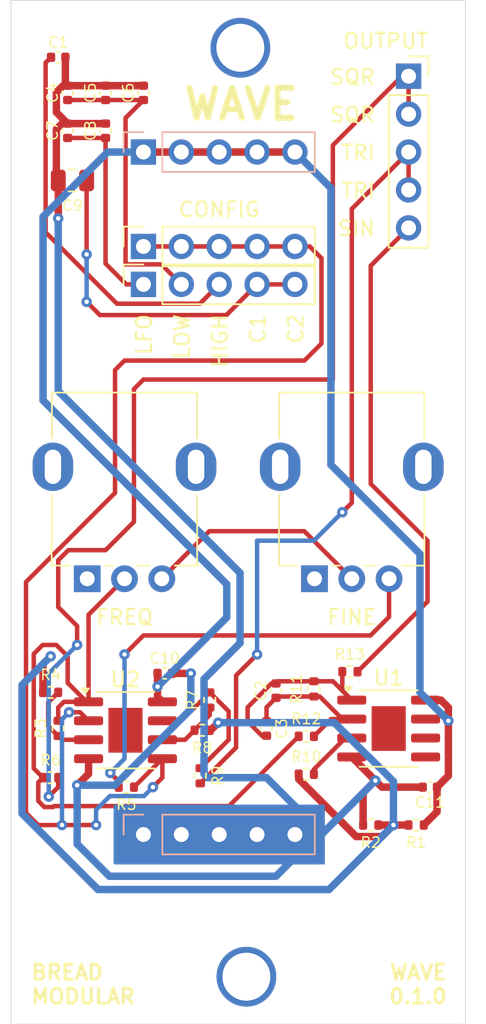
<source format=kicad_pcb>
(kicad_pcb (version 20240108) (generator "pcbnew") (generator_version "8.0")
  (layers (0 "F.Cu" signal) (31 "B.Cu" signal) (34 "B.Paste" user) (35 "F.Paste" user) (36 "B.SilkS" user "B.Silkscreen") (37 "F.SilkS" user "F.Silkscreen") (38 "B.Mask" user) (39 "F.Mask" user) (44 "Edge.Cuts" user))
  (net 0 "")
  (net 1 "GND")
  (net 2 "+5V")
  (net 3 "CAP_CUSTOM")
  (net 4 "CAP_CONNECT")
  (net 5 "CAP_LOW")
  (net 6 "CAP_LFO")
  (net 7 "CAP_HIGH")
  (net 8 "OUT_SQUARE")
  (net 9 "OUT_TRI")
  (net 10 "OUT_SINE")
  (net 11 "Net-(C2-Pad2)")
  (net 12 "Net-(U1A--)")
  (net 13 "+2.5V")
  (net 14 "Net-(U2A-+)")
  (net 15 "OPAMP_SQUARE")
  (net 16 "Net-(R5-Pad2)")
  (net 17 "Net-(R7-Pad2)")
  (net 18 "Net-(U2B--)")
  (net 19 "Net-(U1A-+)")
  (net 20 "Net-(RV1-Pad3)")
  (footprint "BreadModular_Pots:Potentiometer_RV09" (layer "F.Cu") (at 67.35 79.385 90)
    (property "Reference" "RV2")
    (property "Value" "1M")
    (fp_line (start 0.88 -2.38) (end 5.6 -2.38) (stroke (width 0.12)) (layer "F.SilkS"))
    (fp_line (start 9.41 -2.37) (end 12.47 -2.37) (stroke (width 0.12)) (layer "F.SilkS"))
    (fp_line (start 0.88 -1.19) (end 0.88 -2.37) (stroke (width 0.12)) (layer "F.SilkS"))
    (fp_line (start 0.88 1.71) (end 0.88 1.18) (stroke (width 0.12)) (layer "F.SilkS"))
    (fp_line (start 0.88 4.16) (end 0.88 3.33) (stroke (width 0.12)) (layer "F.SilkS"))
    (fp_line (start 12.47 7.37) (end 12.47 -2.37) (stroke (width 0.12)) (layer "F.SilkS"))
    (fp_line (start 9.41 7.37) (end 12.47 7.37) (stroke (width 0.12)) (layer "F.SilkS"))
    (fp_line (start 0.88 7.37) (end 0.88 5.88) (stroke (width 0.12)) (layer "F.SilkS"))
    (fp_line (start 0.88 7.37) (end 5.6 7.37) (stroke (width 0.12)) (layer "F.SilkS"))
    (pad "" thru_hole oval (at 7.5 -2.3 180) (size 2.72 3.24) (drill oval 1.1 2.3) (layers "*.Cu" "*.Mask"))
    (pad "" thru_hole oval (at 7.5 7.3 180) (size 2.72 3.24) (drill oval 1.1 2.3) (layers "*.Cu" "*.Mask"))
    (pad "1" thru_hole rect (at 0 0 180) (size 1.8 1.8) (drill 1) (layers "*.Cu" "*.Mask"))
    (pad "2" thru_hole circle (at 0 2.5 180) (size 1.8 1.8) (drill 1) (layers "*.Cu" "*.Mask") (net 20 "Net-(RV1-Pad3)"))
    (pad "3" thru_hole circle (at 0 5 180) (size 1.8 1.8) (drill 1) (layers "*.Cu" "*.Mask") (net 16 "Net-(R5-Pad2)"))
  )
  (footprint "Resistor_SMD:R_0402_1005Metric" (layer "F.Cu") (at 60.325 87.505 90)
    (property "Reference" "R7" (at 0 -1.17 90) (layer "F.SilkS") (effects (font (size 0.7 0.7) (thickness 0.1))))
    (property "Value" "100k")
    (fp_line (start -0.153641 -0.38) (end 0.153641 -0.38) (stroke (width 0.12)) (layer "F.SilkS"))
    (fp_line (start -0.153641 0.38) (end 0.153641 0.38) (stroke (width 0.12)) (layer "F.SilkS"))
    (pad "1" smd roundrect (at -0.51 0 90) (size 0.54 0.64) (layers "F.Cu" "F.Paste" "F.Mask") (net 18 "Net-(U2B--)"))
    (pad "2" smd roundrect (at 0.51 0 90) (size 0.54 0.64) (layers "F.Cu" "F.Paste" "F.Mask") (net 17 "Net-(R7-Pad2)"))
  )
  (footprint "Resistor_SMD:R_0402_1005Metric" (layer "F.Cu") (at 66.8 89.94)
    (property "Reference" "R12" (at 0 -1.17 0) (layer "F.SilkS") (effects (font (size 0.7 0.7) (thickness 0.1))))
    (property "Value" "10k")
    (fp_line (start -0.153641 -0.38) (end 0.153641 -0.38) (stroke (width 0.12)) (layer "F.SilkS"))
    (fp_line (start -0.153641 0.38) (end 0.153641 0.38) (stroke (width 0.12)) (layer "F.SilkS"))
    (pad "1" smd roundrect (at -0.51 0) (size 0.54 0.64) (layers "F.Cu" "F.Paste" "F.Mask") (net 15 "OPAMP_SQUARE"))
    (pad "2" smd roundrect (at 0.51 0) (size 0.54 0.64) (layers "F.Cu" "F.Paste" "F.Mask") (net 12 "Net-(U1A--)"))
  )
  (footprint "Resistor_SMD:R_0402_1005Metric" (layer "F.Cu") (at 49.655 86.995)
    (property "Reference" "R4" (at 0 -1.17 0) (layer "F.SilkS") (effects (font (size 0.7 0.7) (thickness 0.1))))
    (property "Value" "100k")
    (fp_line (start -0.153641 -0.38) (end 0.153641 -0.38) (stroke (width 0.12)) (layer "F.SilkS"))
    (fp_line (start -0.153641 0.38) (end 0.153641 0.38) (stroke (width 0.12)) (layer "F.SilkS"))
    (pad "1" smd roundrect (at -0.51 0) (size 0.54 0.64) (layers "F.Cu" "F.Paste" "F.Mask") (net 13 "+2.5V"))
    (pad "2" smd roundrect (at 0.51 0) (size 0.54 0.64) (layers "F.Cu" "F.Paste" "F.Mask") (net 14 "Net-(U2A-+)"))
  )
  (footprint "Resistor_SMD:R_0402_1005Metric" (layer "F.Cu") (at 49.655 92.71)
    (property "Reference" "R6" (at 0 -1.17 0) (layer "F.SilkS") (effects (font (size 0.7 0.7) (thickness 0.1))))
    (property "Value" "1k")
    (fp_line (start -0.153641 -0.38) (end 0.153641 -0.38) (stroke (width 0.12)) (layer "F.SilkS"))
    (fp_line (start -0.153641 0.38) (end 0.153641 0.38) (stroke (width 0.12)) (layer "F.SilkS"))
    (pad "1" smd roundrect (at -0.51 0) (size 0.54 0.64) (layers "F.Cu" "F.Paste" "F.Mask") (net 15 "OPAMP_SQUARE"))
    (pad "2" smd roundrect (at 0.51 0) (size 0.54 0.64) (layers "F.Cu" "F.Paste" "F.Mask") (net 8 "OUT_SQUARE"))
  )
  (footprint "Capacitor_SMD:C_0402_1005Metric" (layer "F.Cu") (at 57.305 85.725)
    (property "Reference" "C10" (at 0 -1.016 0) (layer "F.SilkS") (effects (font (size 0.7 0.7) (thickness 0.1))))
    (property "Value" "0.1uf")
    (fp_line (start -0.107836 -0.36) (end 0.107836 -0.36) (stroke (width 0.12)) (layer "F.SilkS"))
    (fp_line (start -0.107836 0.36) (end 0.107836 0.36) (stroke (width 0.12)) (layer "F.SilkS"))
    (pad "1" smd roundrect (at -0.48 0) (size 0.56 0.62) (layers "F.Cu" "F.Paste" "F.Mask") (net 2 "+5V"))
    (pad "2" smd roundrect (at 0.48 0) (size 0.56 0.62) (layers "F.Cu" "F.Paste" "F.Mask") (net 1 "GND"))
  )
  (footprint "Resistor_SMD:R_0402_1005Metric" (layer "F.Cu") (at 66.8 92.48)
    (property "Reference" "R10" (at 0 -1.17 0) (layer "F.SilkS") (effects (font (size 0.7 0.7) (thickness 0.1))))
    (property "Value" "100k")
    (fp_line (start -0.153641 -0.38) (end 0.153641 -0.38) (stroke (width 0.12)) (layer "F.SilkS"))
    (fp_line (start -0.153641 0.38) (end 0.153641 0.38) (stroke (width 0.12)) (layer "F.SilkS"))
    (pad "1" smd roundrect (at -0.51 0) (size 0.54 0.64) (layers "F.Cu" "F.Paste" "F.Mask") (net 13 "+2.5V"))
    (pad "2" smd roundrect (at 0.51 0) (size 0.54 0.64) (layers "F.Cu" "F.Paste" "F.Mask") (net 19 "Net-(U1A-+)"))
  )
  (footprint "BreadModular_Pots:Potentiometer_RV09" (layer "F.Cu") (at 52.11 79.385 90)
    (property "Reference" "RV1")
    (property "Value" "50k")
    (fp_line (start 0.88 -2.38) (end 5.6 -2.38) (stroke (width 0.12)) (layer "F.SilkS"))
    (fp_line (start 9.41 -2.37) (end 12.47 -2.37) (stroke (width 0.12)) (layer "F.SilkS"))
    (fp_line (start 0.88 -1.19) (end 0.88 -2.37) (stroke (width 0.12)) (layer "F.SilkS"))
    (fp_line (start 0.88 1.71) (end 0.88 1.18) (stroke (width 0.12)) (layer "F.SilkS"))
    (fp_line (start 0.88 4.16) (end 0.88 3.33) (stroke (width 0.12)) (layer "F.SilkS"))
    (fp_line (start 12.47 7.37) (end 12.47 -2.37) (stroke (width 0.12)) (layer "F.SilkS"))
    (fp_line (start 9.41 7.37) (end 12.47 7.37) (stroke (width 0.12)) (layer "F.SilkS"))
    (fp_line (start 0.88 7.37) (end 0.88 5.88) (stroke (width 0.12)) (layer "F.SilkS"))
    (fp_line (start 0.88 7.37) (end 5.6 7.37) (stroke (width 0.12)) (layer "F.SilkS"))
    (pad "" thru_hole oval (at 7.5 -2.3 180) (size 2.72 3.24) (drill oval 1.1 2.3) (layers "*.Cu" "*.Mask"))
    (pad "" thru_hole oval (at 7.5 7.3 180) (size 2.72 3.24) (drill oval 1.1 2.3) (layers "*.Cu" "*.Mask"))
    (pad "1" thru_hole rect (at 0 0 180) (size 1.8 1.8) (drill 1) (layers "*.Cu" "*.Mask"))
    (pad "2" thru_hole circle (at 0 2.5 180) (size 1.8 1.8) (drill 1) (layers "*.Cu" "*.Mask") (net 15 "OPAMP_SQUARE"))
    (pad "3" thru_hole circle (at 0 5 180) (size 1.8 1.8) (drill 1) (layers "*.Cu" "*.Mask") (net 20 "Net-(RV1-Pad3)"))
  )
  (footprint "Resistor_SMD:R_0402_1005Metric" (layer "F.Cu") (at 59.815 89.535 180)
    (property "Reference" "R8" (at 0 -1.17 360) (layer "F.SilkS") (effects (font (size 0.7 0.7) (thickness 0.1))))
    (property "Value" "100k")
    (fp_line (start -0.153641 0.38) (end 0.153641 0.38) (stroke (width 0.12)) (layer "F.SilkS"))
    (fp_line (start -0.153641 -0.38) (end 0.153641 -0.38) (stroke (width 0.12)) (layer "F.SilkS"))
    (pad "1" smd roundrect (at -0.51 0 180) (size 0.54 0.64) (layers "F.Cu" "F.Paste" "F.Mask") (net 13 "+2.5V"))
    (pad "2" smd roundrect (at 0.51 0 180) (size 0.54 0.64) (layers "F.Cu" "F.Paste" "F.Mask") (net 18 "Net-(U2B--)"))
  )
  (footprint "Capacitor_SMD:C_0402_1005Metric" (layer "F.Cu") (at 64.135 89.42 -90)
    (property "Reference" "C3" (at 0 -1.016 90) (layer "F.SilkS") (effects (font (size 0.7 0.7) (thickness 0.1))))
    (property "Value" "0.1uf")
    (fp_line (start -0.107836 0.36) (end 0.107836 0.36) (stroke (width 0.12)) (layer "F.SilkS"))
    (fp_line (start -0.107836 -0.36) (end 0.107836 -0.36) (stroke (width 0.12)) (layer "F.SilkS"))
    (pad "1" smd roundrect (at -0.48 0 270) (size 0.56 0.62) (layers "F.Cu" "F.Paste" "F.Mask") (net 12 "Net-(U1A--)"))
    (pad "2" smd roundrect (at 0.48 0 270) (size 0.56 0.62) (layers "F.Cu" "F.Paste" "F.Mask") (net 11 "Net-(C2-Pad2)"))
  )
  (footprint "Package_SO:SOIC-8-1EP_3.9x4.9mm_P1.27mm_EP2.29x3mm" (layer "F.Cu") (at 54.675 89.535)
    (property "Reference" "U2" (at 0 -3.4 0) (layer "F.SilkS"))
    (property "Value" "MCP6002-xSN")
    (fp_line (start 0 -2.56) (end -1.95 -2.56) (stroke (width 0.12)) (layer "F.SilkS"))
    (fp_line (start 0 -2.56) (end 1.95 -2.56) (stroke (width 0.12)) (layer "F.SilkS"))
    (fp_line (start 0 2.56) (end -1.95 2.56) (stroke (width 0.12)) (layer "F.SilkS"))
    (fp_line (start 0 2.56) (end 1.95 2.56) (stroke (width 0.12)) (layer "F.SilkS"))
    (fp_poly (pts (xy -2.7 -2.465) (xy -2.94 -2.795) (xy -2.46 -2.795) (xy -2.7 -2.465)) (stroke (width 0.12)) (fill solid) (layer "F.SilkS"))
    (pad "1" smd roundrect (at -2.475 -1.905) (size 1.95 0.6) (layers "F.Cu" "F.Paste" "F.Mask") (net 15 "OPAMP_SQUARE"))
    (pad "2" smd roundrect (at -2.475 -0.635) (size 1.95 0.6) (layers "F.Cu" "F.Paste" "F.Mask") (net 4 "CAP_CONNECT"))
    (pad "3" smd roundrect (at -2.475 0.635) (size 1.95 0.6) (layers "F.Cu" "F.Paste" "F.Mask") (net 14 "Net-(U2A-+)"))
    (pad "4" smd roundrect (at -2.475 1.905) (size 1.95 0.6) (layers "F.Cu" "F.Paste" "F.Mask") (net 1 "GND"))
    (pad "5" smd roundrect (at 2.475 1.905) (size 1.95 0.6) (layers "F.Cu" "F.Paste" "F.Mask") (net 4 "CAP_CONNECT"))
    (pad "6" smd roundrect (at 2.475 0.635) (size 1.95 0.6) (layers "F.Cu" "F.Paste" "F.Mask") (net 18 "Net-(U2B--)"))
    (pad "7" smd roundrect (at 2.475 -0.635) (size 1.95 0.6) (layers "F.Cu" "F.Paste" "F.Mask") (net 17 "Net-(R7-Pad2)"))
    (pad "8" smd roundrect (at 2.475 -1.905) (size 1.95 0.6) (layers "F.Cu" "F.Paste" "F.Mask") (net 2 "+5V"))
    (pad "9" smd rect (at 0 0) (size 2.29 3) (property pad_prop_heatsink) (layers "F.Cu" "F.Mask"))
  )
  (footprint "Resistor_SMD:R_0402_1005Metric" (layer "F.Cu") (at 71.12 95.885 180)
    (property "Reference" "R2" (at 0 -1.17 360) (layer "F.SilkS") (effects (font (size 0.7 0.7) (thickness 0.1))))
    (property "Value" "1k")
    (fp_line (start -0.153641 0.38) (end 0.153641 0.38) (stroke (width 0.12)) (layer "F.SilkS"))
    (fp_line (start -0.153641 -0.38) (end 0.153641 -0.38) (stroke (width 0.12)) (layer "F.SilkS"))
    (pad "1" smd roundrect (at -0.51 0 180) (size 0.54 0.64) (layers "F.Cu" "F.Paste" "F.Mask") (net 13 "+2.5V"))
    (pad "2" smd roundrect (at 0.51 0 180) (size 0.54 0.64) (layers "F.Cu" "F.Paste" "F.Mask") (net 1 "GND"))
  )
  (footprint "Capacitor_SMD:C_0402_1005Metric" (layer "F.Cu") (at 50.8 46.835 90)
    (property "Reference" "C4" (at 0 -1.016 90) (layer "F.SilkS") (effects (font (size 0.7 0.7) (thickness 0.1))))
    (property "Value" "10nf")
    (fp_line (start -0.107836 -0.36) (end 0.107836 -0.36) (stroke (width 0.12)) (layer "F.SilkS"))
    (fp_line (start -0.107836 0.36) (end 0.107836 0.36) (stroke (width 0.12)) (layer "F.SilkS"))
    (pad "1" smd roundrect (at -0.48 0 90) (size 0.56 0.62) (layers "F.Cu" "F.Paste" "F.Mask") (net 5 "CAP_LOW"))
    (pad "2" smd roundrect (at 0.48 0 90) (size 0.56 0.62) (layers "F.Cu" "F.Paste" "F.Mask") (net 1 "GND"))
  )
  (footprint "Capacitor_SMD:C_0402_1005Metric" (layer "F.Cu") (at 75.085 93.345 180)
    (property "Reference" "C11" (at 0 -1.016 360) (layer "F.SilkS") (effects (font (size 0.7 0.7) (thickness 0.1))))
    (property "Value" "0.1uf")
    (fp_line (start -0.107836 0.36) (end 0.107836 0.36) (stroke (width 0.12)) (layer "F.SilkS"))
    (fp_line (start -0.107836 -0.36) (end 0.107836 -0.36) (stroke (width 0.12)) (layer "F.SilkS"))
    (pad "1" smd roundrect (at -0.48 0 180) (size 0.56 0.62) (layers "F.Cu" "F.Paste" "F.Mask") (net 2 "+5V"))
    (pad "2" smd roundrect (at 0.48 0 180) (size 0.56 0.62) (layers "F.Cu" "F.Paste" "F.Mask") (net 1 "GND"))
  )
  (footprint "Connector_PinSocket_2.54mm:PinSocket_1x05_P2.54mm_Vertical" (layer "F.Cu") (at 55.88 57.125 90)
    (property "Reference" "INPUT1")
    (property "Value" "Cap Connect")
    (fp_line (start 1.33 -1.33) (end 1.33 0) (stroke (width 0.12)) (layer "F.SilkS"))
    (fp_line (start 0 -1.33) (end 1.33 -1.33) (stroke (width 0.12)) (layer "F.SilkS"))
    (fp_line (start 1.33 1.27) (end 1.33 11.49) (stroke (width 0.12)) (layer "F.SilkS"))
    (fp_line (start -1.33 1.27) (end 1.33 1.27) (stroke (width 0.12)) (layer "F.SilkS"))
    (fp_line (start -1.33 1.27) (end -1.33 11.49) (stroke (width 0.12)) (layer "F.SilkS"))
    (fp_line (start -1.33 11.49) (end 1.33 11.49) (stroke (width 0.12)) (layer "F.SilkS"))
    (pad "1" thru_hole rect (at 0 0 90) (size 1.7 1.7) (drill 1) (layers "*.Cu" "*.Mask") (net 4 "CAP_CONNECT"))
    (pad "2" thru_hole oval (at 0 2.54 90) (size 1.7 1.7) (drill 1) (layers "*.Cu" "*.Mask") (net 4 "CAP_CONNECT"))
    (pad "3" thru_hole oval (at 0 5.08 90) (size 1.7 1.7) (drill 1) (layers "*.Cu" "*.Mask") (net 4 "CAP_CONNECT"))
    (pad "4" thru_hole oval (at 0 7.62 90) (size 1.7 1.7) (drill 1) (layers "*.Cu" "*.Mask") (net 4 "CAP_CONNECT"))
    (pad "5" thru_hole oval (at 0 10.16 90) (size 1.7 1.7) (drill 1) (layers "*.Cu" "*.Mask") (net 4 "CAP_CONNECT"))
  )
  (footprint "Capacitor_SMD:C_0805_2012Metric" (layer "F.Cu") (at 51.12 52.705 180)
    (property "Reference" "C9" (at 0 -1.68 360) (layer "F.SilkS") (effects (font (size 0.7 0.7) (thickness 0.1))))
    (property "Value" "22uf")
    (fp_line (start -0.261252 0.735) (end 0.261252 0.735) (stroke (width 0.12)) (layer "F.SilkS"))
    (fp_line (start -0.261252 -0.735) (end 0.261252 -0.735) (stroke (width 0.12)) (layer "F.SilkS"))
    (pad "1" smd roundrect (at -0.95 0 180) (size 1 1.45) (layers "F.Cu" "F.Paste" "F.Mask") (net 3 "CAP_CUSTOM"))
    (pad "2" smd roundrect (at 0.95 0 180) (size 1 1.45) (layers "F.Cu" "F.Paste" "F.Mask") (net 1 "GND"))
  )
  (footprint "Resistor_SMD:R_0402_1005Metric" (layer "F.Cu") (at 69.725 85.61)
    (property "Reference" "R13" (at 0 -1.17 0) (layer "F.SilkS") (effects (font (size 0.7 0.7) (thickness 0.1))))
    (property "Value" "1k")
    (fp_line (start -0.153641 -0.38) (end 0.153641 -0.38) (stroke (width 0.12)) (layer "F.SilkS"))
    (fp_line (start -0.153641 0.38) (end 0.153641 0.38) (stroke (width 0.12)) (layer "F.SilkS"))
    (pad "1" smd roundrect (at -0.51 0) (size 0.54 0.64) (layers "F.Cu" "F.Paste" "F.Mask") (net 11 "Net-(C2-Pad2)"))
    (pad "2" smd roundrect (at 0.51 0) (size 0.54 0.64) (layers "F.Cu" "F.Paste" "F.Mask") (net 10 "OUT_SINE"))
  )
  (footprint "Connector_PinSocket_2.54mm:PinSocket_1x05_P2.54mm_Vertical" (layer "F.Cu") (at 55.88 59.665 90)
    (property "Reference" "INPUT2")
    (property "Value" "Caps")
    (fp_line (start 1.33 -1.33) (end 1.33 0) (stroke (width 0.12)) (layer "F.SilkS"))
    (fp_line (start 0 -1.33) (end 1.33 -1.33) (stroke (width 0.12)) (layer "F.SilkS"))
    (fp_line (start 1.33 1.27) (end 1.33 11.49) (stroke (width 0.12)) (layer "F.SilkS"))
    (fp_line (start -1.33 1.27) (end 1.33 1.27) (stroke (width 0.12)) (layer "F.SilkS"))
    (fp_line (start -1.33 1.27) (end -1.33 11.49) (stroke (width 0.12)) (layer "F.SilkS"))
    (fp_line (start -1.33 11.49) (end 1.33 11.49) (stroke (width 0.12)) (layer "F.SilkS"))
    (pad "1" thru_hole rect (at 0 0 90) (size 1.7 1.7) (drill 1) (layers "*.Cu" "*.Mask") (net 6 "CAP_LFO"))
    (pad "2" thru_hole oval (at 0 2.54 90) (size 1.7 1.7) (drill 1) (layers "*.Cu" "*.Mask") (net 5 "CAP_LOW"))
    (pad "3" thru_hole oval (at 0 5.08 90) (size 1.7 1.7) (drill 1) (layers "*.Cu" "*.Mask") (net 7 "CAP_HIGH"))
    (pad "4" thru_hole oval (at 0 7.62 90) (size 1.7 1.7) (drill 1) (layers "*.Cu" "*.Mask") (net 3 "CAP_CUSTOM"))
    (pad "5" thru_hole oval (at 0 10.16 90) (size 1.7 1.7) (drill 1) (layers "*.Cu" "*.Mask") (net 3 "CAP_CUSTOM"))
  )
  (footprint "Capacitor_SMD:C_0402_1005Metric" (layer "F.Cu") (at 50.8 49.375 90)
    (property "Reference" "C7" (at 0 -1.016 90) (layer "F.SilkS") (effects (font (size 0.7 0.7) (thickness 0.1))))
    (property "Value" "1uf")
    (fp_line (start -0.107836 -0.36) (end 0.107836 -0.36) (stroke (width 0.12)) (layer "F.SilkS"))
    (fp_line (start -0.107836 0.36) (end 0.107836 0.36) (stroke (width 0.12)) (layer "F.SilkS"))
    (pad "1" smd roundrect (at -0.48 0 90) (size 0.56 0.62) (layers "F.Cu" "F.Paste" "F.Mask") (net 6 "CAP_LFO"))
    (pad "2" smd roundrect (at 0.48 0 90) (size 0.56 0.62) (layers "F.Cu" "F.Paste" "F.Mask") (net 1 "GND"))
  )
  (footprint "Connector_PinSocket_2.54mm:PinSocket_1x05_P2.54mm_Vertical" (layer "F.Cu") (at 73.66 45.72)
    (property "Reference" "OUTPUT2")
    (property "Value" "Output Waves")
    (fp_line (start -1.33 1.27) (end -1.33 11.49) (stroke (width 0.12)) (layer "F.SilkS"))
    (fp_line (start -1.33 1.27) (end 1.33 1.27) (stroke (width 0.12)) (layer "F.SilkS"))
    (fp_line (start -1.33 11.49) (end 1.33 11.49) (stroke (width 0.12)) (layer "F.SilkS"))
    (fp_line (start 0 -1.33) (end 1.33 -1.33) (stroke (width 0.12)) (layer "F.SilkS"))
    (fp_line (start 1.33 -1.33) (end 1.33 0) (stroke (width 0.12)) (layer "F.SilkS"))
    (fp_line (start 1.33 1.27) (end 1.33 11.49) (stroke (width 0.12)) (layer "F.SilkS"))
    (pad "1" thru_hole rect (at 0 0) (size 1.7 1.7) (drill 1) (layers "*.Cu" "*.Mask") (net 8 "OUT_SQUARE"))
    (pad "2" thru_hole oval (at 0 2.54) (size 1.7 1.7) (drill 1) (layers "*.Cu" "*.Mask") (net 8 "OUT_SQUARE"))
    (pad "3" thru_hole oval (at 0 5.08) (size 1.7 1.7) (drill 1) (layers "*.Cu" "*.Mask") (net 9 "OUT_TRI"))
    (pad "4" thru_hole oval (at 0 7.62) (size 1.7 1.7) (drill 1) (layers "*.Cu" "*.Mask") (net 9 "OUT_TRI"))
    (pad "5" thru_hole oval (at 0 10.16) (size 1.7 1.7) (drill 1) (layers "*.Cu" "*.Mask") (net 10 "OUT_SINE"))
  )
  (footprint "Capacitor_SMD:C_0402_1005Metric" (layer "F.Cu") (at 64.77 86.88 90)
    (property "Reference" "C2" (at 0 -1.016 90) (layer "F.SilkS") (effects (font (size 0.7 0.7) (thickness 0.1))))
    (property "Value" "0.1uf")
    (fp_line (start -0.107836 -0.36) (end 0.107836 -0.36) (stroke (width 0.12)) (layer "F.SilkS"))
    (fp_line (start -0.107836 0.36) (end 0.107836 0.36) (stroke (width 0.12)) (layer "F.SilkS"))
    (pad "1" smd roundrect (at -0.48 0 90) (size 0.56 0.62) (layers "F.Cu" "F.Paste" "F.Mask") (net 12 "Net-(U1A--)"))
    (pad "2" smd roundrect (at 0.48 0 90) (size 0.56 0.62) (layers "F.Cu" "F.Paste" "F.Mask") (net 11 "Net-(C2-Pad2)"))
  )
  (footprint "Resistor_SMD:R_0402_1005Metric" (layer "F.Cu") (at 50.165 89.41 90)
    (property "Reference" "R3" (at 0 -1.17 90) (layer "F.SilkS") (effects (font (size 0.7 0.7) (thickness 0.1))))
    (property "Value" "100k")
    (fp_line (start -0.153641 -0.38) (end 0.153641 -0.38) (stroke (width 0.12)) (layer "F.SilkS"))
    (fp_line (start -0.153641 0.38) (end 0.153641 0.38) (stroke (width 0.12)) (layer "F.SilkS"))
    (pad "1" smd roundrect (at -0.51 0 90) (size 0.54 0.64) (layers "F.Cu" "F.Paste" "F.Mask") (net 14 "Net-(U2A-+)"))
    (pad "2" smd roundrect (at 0.51 0 90) (size 0.54 0.64) (layers "F.Cu" "F.Paste" "F.Mask") (net 15 "OPAMP_SQUARE"))
  )
  (footprint "Resistor_SMD:R_0402_1005Metric" (layer "F.Cu") (at 59.69 92.585 -90)
    (property "Reference" "R9" (at 0 -1.17 90) (layer "F.SilkS") (effects (font (size 0.7 0.7) (thickness 0.1))))
    (property "Value" "1k")
    (fp_line (start -0.153641 0.38) (end 0.153641 0.38) (stroke (width 0.12)) (layer "F.SilkS"))
    (fp_line (start -0.153641 -0.38) (end 0.153641 -0.38) (stroke (width 0.12)) (layer "F.SilkS"))
    (pad "1" smd roundrect (at -0.51 0 270) (size 0.54 0.64) (layers "F.Cu" "F.Paste" "F.Mask") (net 17 "Net-(R7-Pad2)"))
    (pad "2" smd roundrect (at 0.51 0 270) (size 0.54 0.64) (layers "F.Cu" "F.Paste" "F.Mask") (net 9 "OUT_TRI"))
  )
  (footprint "Capacitor_SMD:C_0402_1005Metric" (layer "F.Cu") (at 50.165 44.45)
    (property "Reference" "C1" (at 0 -1.016 0) (layer "F.SilkS") (effects (font (size 0.7 0.7) (thickness 0.1))))
    (property "Value" "1nf")
    (fp_line (start -0.107836 -0.36) (end 0.107836 -0.36) (stroke (width 0.12)) (layer "F.SilkS"))
    (fp_line (start -0.107836 0.36) (end 0.107836 0.36) (stroke (width 0.12)) (layer "F.SilkS"))
    (pad "1" smd roundrect (at -0.48 0) (size 0.56 0.62) (layers "F.Cu" "F.Paste" "F.Mask") (net 7 "CAP_HIGH"))
    (pad "2" smd roundrect (at 0.48 0) (size 0.56 0.62) (layers "F.Cu" "F.Paste" "F.Mask") (net 1 "GND"))
  )
  (footprint "Package_SO:SOIC-8-1EP_3.9x4.9mm_P1.27mm_EP2.29x3mm" (layer "F.Cu") (at 72.325 89.42)
    (property "Reference" "U1" (at 0 -3.4 0) (layer "F.SilkS"))
    (property "Value" "MCP6002-xSN")
    (fp_line (start 0 -2.56) (end -1.95 -2.56) (stroke (width 0.12)) (layer "F.SilkS"))
    (fp_line (start 0 -2.56) (end 1.95 -2.56) (stroke (width 0.12)) (layer "F.SilkS"))
    (fp_line (start 0 2.56) (end -1.95 2.56) (stroke (width 0.12)) (layer "F.SilkS"))
    (fp_line (start 0 2.56) (end 1.95 2.56) (stroke (width 0.12)) (layer "F.SilkS"))
    (fp_poly (pts (xy -2.7 -2.465) (xy -2.94 -2.795) (xy -2.46 -2.795) (xy -2.7 -2.465)) (stroke (width 0.12)) (fill solid) (layer "F.SilkS"))
    (pad "1" smd roundrect (at -2.475 -1.905) (size 1.95 0.6) (layers "F.Cu" "F.Paste" "F.Mask") (net 11 "Net-(C2-Pad2)"))
    (pad "2" smd roundrect (at -2.475 -0.635) (size 1.95 0.6) (layers "F.Cu" "F.Paste" "F.Mask") (net 12 "Net-(U1A--)"))
    (pad "3" smd roundrect (at -2.475 0.635) (size 1.95 0.6) (layers "F.Cu" "F.Paste" "F.Mask") (net 19 "Net-(U1A-+)"))
    (pad "4" smd roundrect (at -2.475 1.905) (size 1.95 0.6) (layers "F.Cu" "F.Paste" "F.Mask") (net 1 "GND"))
    (pad "5" smd roundrect (at 2.475 1.905) (size 1.95 0.6) (layers "F.Cu" "F.Paste" "F.Mask"))
    (pad "6" smd roundrect (at 2.475 0.635) (size 1.95 0.6) (layers "F.Cu" "F.Paste" "F.Mask"))
    (pad "7" smd roundrect (at 2.475 -0.635) (size 1.95 0.6) (layers "F.Cu" "F.Paste" "F.Mask"))
    (pad "8" smd roundrect (at 2.475 -1.905) (size 1.95 0.6) (layers "F.Cu" "F.Paste" "F.Mask") (net 2 "+5V"))
    (pad "9" smd rect (at 0 0) (size 2.29 3) (property pad_prop_heatsink) (layers "F.Cu" "F.Mask"))
  )
  (footprint "Resistor_SMD:R_0402_1005Metric" (layer "F.Cu") (at 67.31 86.765 90)
    (property "Reference" "R11" (at 0 -1.17 90) (layer "F.SilkS") (effects (font (size 0.7 0.7) (thickness 0.1))))
    (property "Value" "100k")
    (fp_line (start -0.153641 -0.38) (end 0.153641 -0.38) (stroke (width 0.12)) (layer "F.SilkS"))
    (fp_line (start -0.153641 0.38) (end 0.153641 0.38) (stroke (width 0.12)) (layer "F.SilkS"))
    (pad "1" smd roundrect (at -0.51 0 90) (size 0.54 0.64) (layers "F.Cu" "F.Paste" "F.Mask") (net 12 "Net-(U1A--)"))
    (pad "2" smd roundrect (at 0.51 0 90) (size 0.54 0.64) (layers "F.Cu" "F.Paste" "F.Mask") (net 11 "Net-(C2-Pad2)"))
  )
  (footprint "Resistor_SMD:R_0402_1005Metric" (layer "F.Cu") (at 74.166 95.885 180)
    (property "Reference" "R1" (at 0 -1.17 0) (layer "F.SilkS") (effects (font (size 0.7 0.7) (thickness 0.1))))
    (property "Value" "1k")
    (fp_line (start -0.153641 0.38) (end 0.153641 0.38) (stroke (width 0.12)) (layer "F.SilkS"))
    (fp_line (start -0.153641 -0.38) (end 0.153641 -0.38) (stroke (width 0.12)) (layer "F.SilkS"))
    (pad "1" smd roundrect (at -0.51 0 180) (size 0.54 0.64) (layers "F.Cu" "F.Paste" "F.Mask") (net 2 "+5V"))
    (pad "2" smd roundrect (at 0.51 0 180) (size 0.54 0.64) (layers "F.Cu" "F.Paste" "F.Mask") (net 13 "+2.5V"))
  )
  (footprint "Capacitor_SMD:C_0402_1005Metric" (layer "F.Cu") (at 55.88 46.835 90)
    (property "Reference" "C6" (at 0 -1.016 90) (layer "F.SilkS") (effects (font (size 0.7 0.7) (thickness 0.1))))
    (property "Value" "10nf")
    (fp_line (start -0.107836 -0.36) (end 0.107836 -0.36) (stroke (width 0.12)) (layer "F.SilkS"))
    (fp_line (start -0.107836 0.36) (end 0.107836 0.36) (stroke (width 0.12)) (layer "F.SilkS"))
    (pad "1" smd roundrect (at -0.48 0 90) (size 0.56 0.62) (layers "F.Cu" "F.Paste" "F.Mask") (net 5 "CAP_LOW"))
    (pad "2" smd roundrect (at 0.48 0 90) (size 0.56 0.62) (layers "F.Cu" "F.Paste" "F.Mask") (net 1 "GND"))
  )
  (footprint "Capacitor_SMD:C_0402_1005Metric" (layer "F.Cu") (at 53.34 46.835 90)
    (property "Reference" "C5" (at 0 -1.016 90) (layer "F.SilkS") (effects (font (size 0.7 0.7) (thickness 0.1))))
    (property "Value" "10nf")
    (fp_line (start -0.107836 -0.36) (end 0.107836 -0.36) (stroke (width 0.12)) (layer "F.SilkS"))
    (fp_line (start -0.107836 0.36) (end 0.107836 0.36) (stroke (width 0.12)) (layer "F.SilkS"))
    (pad "1" smd roundrect (at -0.48 0 90) (size 0.56 0.62) (layers "F.Cu" "F.Paste" "F.Mask") (net 5 "CAP_LOW"))
    (pad "2" smd roundrect (at 0.48 0 90) (size 0.56 0.62) (layers "F.Cu" "F.Paste" "F.Mask") (net 1 "GND"))
  )
  (footprint "Capacitor_SMD:C_0402_1005Metric" (layer "F.Cu") (at 53.34 49.375 90)
    (property "Reference" "C8" (at 0 -1.016 90) (layer "F.SilkS") (effects (font (size 0.7 0.7) (thickness 0.1))))
    (property "Value" "1uf")
    (fp_line (start -0.107836 -0.36) (end 0.107836 -0.36) (stroke (width 0.12)) (layer "F.SilkS"))
    (fp_line (start -0.107836 0.36) (end 0.107836 0.36) (stroke (width 0.12)) (layer "F.SilkS"))
    (pad "1" smd roundrect (at -0.48 0 90) (size 0.56 0.62) (layers "F.Cu" "F.Paste" "F.Mask") (net 6 "CAP_LFO"))
    (pad "2" smd roundrect (at 0.48 0 90) (size 0.56 0.62) (layers "F.Cu" "F.Paste" "F.Mask") (net 1 "GND"))
  )
  (footprint "Resistor_SMD:R_0402_1005Metric" (layer "F.Cu") (at 54.735 93.345 180)
    (property "Reference" "R5" (at 0 -1.17 360) (layer "F.SilkS") (effects (font (size 0.7 0.7) (thickness 0.1))))
    (property "Value" "10k")
    (fp_line (start -0.153641 0.38) (end 0.153641 0.38) (stroke (width 0.12)) (layer "F.SilkS"))
    (fp_line (start -0.153641 -0.38) (end 0.153641 -0.38) (stroke (width 0.12)) (layer "F.SilkS"))
    (pad "1" smd roundrect (at -0.51 0 180) (size 0.54 0.64) (layers "F.Cu" "F.Paste" "F.Mask") (net 4 "CAP_CONNECT"))
    (pad "2" smd roundrect (at 0.51 0 180) (size 0.54 0.64) (layers "F.Cu" "F.Paste" "F.Mask") (net 16 "Net-(R5-Pad2)"))
  )
  (footprint "Connector_PinHeader_2.54mm:PinHeader_1x05_P2.54mm_Vertical" (layer "B.Cu") (at 55.88 96.52 -90)
    (property "Reference" "GND1" (hide yes))
    (property "Value" "Conn_01x05_Pin")
    (fp_line (start -1.33 1.33) (end -1.33 0) (stroke (width 0.12)) (layer "B.SilkS"))
    (fp_line (start 0 1.33) (end -1.33 1.33) (stroke (width 0.12)) (layer "B.SilkS"))
    (fp_line (start 1.33 -1.27) (end -1.33 -1.27) (stroke (width 0.12)) (layer "B.SilkS"))
    (fp_line (start -1.33 -11.49) (end -1.33 -1.27) (stroke (width 0.12)) (layer "B.SilkS"))
    (fp_line (start 1.33 -11.49) (end 1.33 -1.27) (stroke (width 0.12)) (layer "B.SilkS"))
    (fp_line (start 1.33 -11.49) (end -1.33 -11.49) (stroke (width 0.12)) (layer "B.SilkS"))
    (pad "1" thru_hole rect (at 0 0 270) (size 1.7 1.7) (drill 1) (layers "*.Cu" "*.Mask") (net 1 "GND"))
    (pad "2" thru_hole oval (at 0 -2.54 270) (size 1.7 1.7) (drill 1) (layers "*.Cu" "*.Mask") (net 1 "GND"))
    (pad "3" thru_hole oval (at 0 -5.08 270) (size 1.7 1.7) (drill 1) (layers "*.Cu" "*.Mask") (net 1 "GND"))
    (pad "4" thru_hole oval (at 0 -7.62 270) (size 1.7 1.7) (drill 1) (layers "*.Cu" "*.Mask") (net 1 "GND"))
    (pad "5" thru_hole oval (at 0 -10.16 270) (size 1.7 1.7) (drill 1) (layers "*.Cu" "*.Mask") (net 1 "GND"))
  )
  (footprint "Connector_PinHeader_2.54mm:PinHeader_1x05_P2.54mm_Vertical" (layer "B.Cu") (at 55.88 50.8 -90)
    (property "Reference" "5V1" (hide yes))
    (property "Value" "Conn_01x05_Pin")
    (fp_line (start -1.33 1.33) (end -1.33 0) (stroke (width 0.12)) (layer "B.SilkS"))
    (fp_line (start 0 1.33) (end -1.33 1.33) (stroke (width 0.12)) (layer "B.SilkS"))
    (fp_line (start 1.33 -1.27) (end -1.33 -1.27) (stroke (width 0.12)) (layer "B.SilkS"))
    (fp_line (start -1.33 -11.49) (end -1.33 -1.27) (stroke (width 0.12)) (layer "B.SilkS"))
    (fp_line (start 1.33 -11.49) (end 1.33 -1.27) (stroke (width 0.12)) (layer "B.SilkS"))
    (fp_line (start 1.33 -11.49) (end -1.33 -11.49) (stroke (width 0.12)) (layer "B.SilkS"))
    (pad "1" thru_hole rect (at 0 0 270) (size 1.7 1.7) (drill 1) (layers "*.Cu" "*.Mask") (net 2 "+5V"))
    (pad "2" thru_hole oval (at 0 -2.54 270) (size 1.7 1.7) (drill 1) (layers "*.Cu" "*.Mask") (net 2 "+5V"))
    (pad "3" thru_hole oval (at 0 -5.08 270) (size 1.7 1.7) (drill 1) (layers "*.Cu" "*.Mask") (net 2 "+5V"))
    (pad "4" thru_hole oval (at 0 -7.62 270) (size 1.7 1.7) (drill 1) (layers "*.Cu" "*.Mask") (net 2 "+5V"))
    (pad "5" thru_hole oval (at 0 -10.16 270) (size 1.7 1.7) (drill 1) (layers "*.Cu" "*.Mask") (net 2 "+5V"))
  )
  (gr_poly (pts (xy 53.975 94.615) (xy 67.945 94.615) (xy 67.945 98.425) (xy 53.975 98.425)) (stroke (width 0.2)) (fill solid) (layer "B.Cu") (net 1))
  (gr_line (start 46.99 109.22) (end 77.47 109.22) (stroke (width 0.05)) (layer "Edge.Cuts"))
  (gr_line (start 77.47 40.64) (end 46.99 40.64) (stroke (width 0.05)) (layer "Edge.Cuts"))
  (gr_line (start 46.99 40.64) (end 46.99 109.22) (stroke (width 0.05)) (layer "Edge.Cuts"))
  (gr_line (start 77.47 109.22) (end 77.47 40.64) (stroke (width 0.05)) (layer "Edge.Cuts"))
  (gr_text "SQR" (at 71.501 46.355 0) (layer "F.SilkS") (effects (font (size 1 1)) (justify right bottom)))
  (gr_text "HIGH" (at 61.595 61.57 90) (layer "F.SilkS") (effects (font (size 1 1)) (justify right bottom)))
  (gr_text "SQR" (at 71.501 48.895 0) (layer "F.SilkS") (effects (font (size 1 1)) (justify right bottom)))
  (gr_text "C1" (at 64.135 61.57 90) (layer "F.SilkS") (effects (font (size 1 1)) (justify right bottom)))
  (gr_text "TRI" (at 71.501 53.975 0) (layer "F.SilkS") (effects (font (size 1 1)) (justify right bottom)))
  (gr_text "WAVE\n0.1.0" (at 76.327 107.95 0) (layer "F.SilkS") (effects (font (size 1 1) (thickness 0.2) (bold yes)) (justify right bottom)))
  (gr_text "WAVE" (at 58.42 48.768 0) (layer "F.SilkS") (effects (font (size 2 2) (thickness 0.4) (bold yes)) (justify left bottom)))
  (gr_text "LOW" (at 59.055 61.57 90) (layer "F.SilkS") (effects (font (size 1 1)) (justify right bottom)))
  (gr_text "FREQ" (at 54.61 82.55 0) (layer "F.SilkS") (effects (font (size 1 1)) (justify bottom)))
  (gr_text "TRI" (at 71.501 51.435 0) (layer "F.SilkS") (effects (font (size 1 1)) (justify right bottom)))
  (gr_text "C2" (at 66.675 61.57 90) (layer "F.SilkS") (effects (font (size 1 1)) (justify right bottom)))
  (gr_text "OUTPUT" (at 75.057 43.942 0) (layer "F.SilkS") (effects (font (size 1 1)) (justify right bottom)))
  (gr_text "FINE" (at 69.85 82.55 0) (layer "F.SilkS") (effects (font (size 1 1)) (justify bottom)))
  (gr_text "SIN" (at 71.501 56.515 0) (layer "F.SilkS") (effects (font (size 1 1)) (justify right bottom)))
  (gr_text "CONFIG" (at 60.96 55.245 0) (layer "F.SilkS") (effects (font (size 1 1)) (justify bottom)))
  (gr_text "BREAD\nMODULAR" (at 48.26 107.95 0) (layer "F.SilkS") (effects (font (size 1 1) (thickness 0.2) (bold yes)) (justify left bottom)))
  (gr_text "LFO" (at 56.515 61.57 90) (layer "F.SilkS") (effects (font (size 1 1)) (justify right bottom)))
  (via (at 62.37758 43.815) (size 4) (drill 3.2) (layers "F.Cu" "B.Cu") (net 0))
  (via (at 62.784908 106.045) (size 4) (drill 3.2) (layers "F.Cu" "B.Cu") (net 0))
  (via (at 62.37758 43.815) (size 4) (drill 3.2) (layers "F.Cu" "B.Cu") (net 0))
  (via (at 62.784908 106.045) (size 4) (drill 3.2) (layers "F.Cu" "B.Cu") (net 0))
  (via (at 62.784908 106.045) (size 4) (drill 3.2) (layers "F.Cu" "B.Cu") (net 0))
  (via (at 62.784908 106.045) (size 4) (drill 3.2) (layers "F.Cu" "B.Cu") (net 0))
  (via (at 62.37758 43.815) (size 4) (drill 3.2) (layers "F.Cu" "B.Cu") (net 0))
  (via (at 62.37758 43.815) (size 4) (drill 3.2) (layers "F.Cu" "B.Cu") (net 0))
  (segment (start 52.2 91.44) (end 52.2 92.453) (width 0.5) (layer "F.Cu") (net 1))
  (segment (start 50.04 49.274) (end 50.419 48.895) (width 0.5) (layer "F.Cu") (net 1))
  (segment (start 50.8 48.895) (end 53.34 48.895) (width 0.5) (layer "F.Cu") (net 1))
  (segment (start 55.88 96.52) (end 66.04 96.52) (width 0.5) (layer "F.Cu") (net 1))
  (segment (start 50.04 46.805001) (end 50.490001 46.355) (width 0.5) (layer "F.Cu") (net 1))
  (segment (start 50.17 52.705) (end 50.17 55.24) (width 0.5) (layer "F.Cu") (net 1))
  (segment (start 50.17 52.705) (end 50.04 52.575) (width 0.5) (layer "F.Cu") (net 1))
  (segment (start 55.88 46.355) (end 50.8 46.355) (width 0.5) (layer "F.Cu") (net 1))
  (segment (start 70.61 93.728) (end 71.4315 92.9065) (width 0.5) (layer "F.Cu") (net 1))
  (segment (start 50.645 46.2) (end 50.8 46.355) (width 0.5) (layer "F.Cu") (net 1))
  (segment (start 57.785 85.725) (end 59.055 85.725) (width 0.5) (layer "F.Cu") (net 1))
  (segment (start 50.04 52.575) (end 50.04 49.274) (width 0.5) (layer "F.Cu") (net 1))
  (segment (start 50.8 48.895) (end 50.04 48.135) (width 0.5) (layer "F.Cu") (net 1))
  (segment (start 50.419 48.895) (end 50.8 48.895) (width 0.5) (layer "F.Cu") (net 1))
  (segment (start 50.17 55.24) (end 50.165 55.245) (width 0.5) (layer "F.Cu") (net 1))
  (segment (start 69.85 91.325) (end 71.4315 92.9065) (width 0.5) (layer "F.Cu") (net 1))
  (segment (start 50.04 48.135) (end 50.04 46.805001) (width 0.5) (layer "F.Cu") (net 1))
  (segment (start 71.87 93.345) (end 74.605 93.345) (width 0.5) (layer "F.Cu") (net 1))
  (segment (start 52.2 92.453) (end 51.435 93.218) (width 0.5) (layer "F.Cu") (net 1))
  (segment (start 71.4315 92.9065) (end 71.87 93.345) (width 0.5) (layer "F.Cu") (net 1))
  (segment (start 50.645 44.45) (end 50.645 46.2) (width 0.5) (layer "F.Cu") (net 1))
  (segment (start 70.61 95.885) (end 70.61 93.728) (width 0.5) (layer "F.Cu") (net 1))
  (segment (start 50.490001 46.355) (end 50.8 46.355) (width 0.5) (layer "F.Cu") (net 1))
  (via (at 59.055 85.725) (size 0.7) (drill 0.3) (layers "F.Cu" "B.Cu") (net 1))
  (via (at 51.435 93.218) (size 0.7) (drill 0.3) (layers "F.Cu" "B.Cu") (net 1))
  (via (at 71.4315 92.9065) (size 0.7) (drill 0.3) (layers "F.Cu" "B.Cu") (net 1))
  (via (at 50.165 55.245) (size 0.7) (drill 0.3) (layers "F.Cu" "B.Cu") (net 1))
  (segment (start 51.435 97.155) (end 53.594 99.314) (width 0.5) (layer "B.Cu") (net 1))
  (segment (start 62.357 78.994) (end 50.165 66.802) (width 0.5) (layer "B.Cu") (net 1))
  (segment (start 62.357 83.693) (end 62.357 78.994) (width 0.5) (layer "B.Cu") (net 1))
  (segment (start 66.04 96.52) (end 66.04 94.615) (width 0.5) (layer "B.Cu") (net 1))
  (segment (start 59.055 88.126371) (end 59.055 85.725) (width 0.5) (layer "B.Cu") (net 1))
  (segment (start 60.198 92.71) (end 59.944 92.456) (width 0.5) (layer "B.Cu") (net 1))
  (segment (start 64.135 92.71) (end 60.198 92.71) (width 0.5) (layer "B.Cu") (net 1))
  (segment (start 71.4315 92.9065) (end 67.818 96.52) (width 0.5) (layer "B.Cu") (net 1))
  (segment (start 66.04 98.044) (end 66.04 96.52) (width 0.5) (layer "B.Cu") (net 1))
  (segment (start 66.04 94.615) (end 64.135 92.71) (width 0.5) (layer "B.Cu") (net 1))
  (segment (start 53.963371 93.218) (end 59.055 88.126371) (width 0.5) (layer "B.Cu") (net 1))
  (segment (start 59.944 92.456) (end 59.944 86.106) (width 0.5) (layer "B.Cu") (net 1))
  (segment (start 67.818 96.52) (end 66.04 96.52) (width 0.5) (layer "B.Cu") (net 1))
  (segment (start 51.435 93.218) (end 53.963371 93.218) (width 0.5) (layer "B.Cu") (net 1))
  (segment (start 50.165 66.802) (end 50.165 55.245) (width 0.5) (layer "B.Cu") (net 1))
  (segment (start 51.435 93.218) (end 51.435 97.155) (width 0.5) (layer "B.Cu") (net 1))
  (segment (start 53.594 99.314) (end 64.77 99.314) (width 0.5) (layer "B.Cu") (net 1))
  (segment (start 59.944 86.106) (end 62.357 83.693) (width 0.5) (layer "B.Cu") (net 1))
  (segment (start 64.77 99.314) (end 66.04 98.044) (width 0.5) (layer "B.Cu") (net 1))
  (segment (start 56.825 87.305) (end 56.825 86.614) (width 0.5) (layer "F.Cu") (net 2))
  (segment (start 56.825 86.614) (end 56.825 85.725) (width 0.5) (layer "F.Cu") (net 2))
  (segment (start 75.831 87.515) (end 76.327 88.011) (width 0.5) (layer "F.Cu") (net 2))
  (segment (start 76.327 88.9) (end 76.327 92.583) (width 0.5) (layer "F.Cu") (net 2))
  (segment (start 75.565 94.996) (end 75.565 93.345) (width 0.5) (layer "F.Cu") (net 2))
  (segment (start 76.327 92.583) (end 75.565 93.345) (width 0.5) (layer "F.Cu") (net 2))
  (segment (start 76.327 88.011) (end 76.327 88.9) (width 0.5) (layer "F.Cu") (net 2))
  (segment (start 74.8 87.515) (end 75.831 87.515) (width 0.5) (layer "F.Cu") (net 2))
  (segment (start 74.676 95.885) (end 75.565 94.996) (width 0.5) (layer "F.Cu") (net 2))
  (segment (start 55.88 50.8) (end 66.04 50.8) (width 0.5) (layer "F.Cu") (net 2))
  (segment (start 57.15 87.63) (end 56.825 87.305) (width 0.5) (layer "F.Cu") (net 2))
  (via (at 76.327 88.9) (size 0.7) (drill 0.3) (layers "F.Cu" "B.Cu") (net 2))
  (via (at 56.825 86.614) (size 0.7) (drill 0.3) (layers "F.Cu" "B.Cu") (net 2))
  (segment (start 56.825 86.614) (end 61.468 81.971) (width 0.5) (layer "B.Cu") (net 2))
  (segment (start 61.468 81.971) (end 61.468 79.756) (width 0.5) (layer "B.Cu") (net 2))
  (segment (start 74.422 86.995) (end 74.422 77.724) (width 0.5) (layer "B.Cu") (net 2))
  (segment (start 74.422 77.724) (end 68.453 71.755) (width 0.5) (layer "B.Cu") (net 2))
  (segment (start 76.327 88.9) (end 74.422 86.995) (width 0.5) (layer "B.Cu") (net 2))
  (segment (start 49.149 55.129629) (end 53.478629 50.8) (width 0.5) (layer "B.Cu") (net 2))
  (segment (start 61.468 79.756) (end 49.149 67.437) (width 0.5) (layer "B.Cu") (net 2))
  (segment (start 53.478629 50.8) (end 55.88 50.8) (width 0.5) (layer "B.Cu") (net 2))
  (segment (start 68.453 53.213) (end 66.04 50.8) (width 0.5) (layer "B.Cu") (net 2))
  (segment (start 49.149 67.437) (end 49.149 55.129629) (width 0.5) (layer "B.Cu") (net 2))
  (segment (start 68.453 71.755) (end 68.453 53.213) (width 0.5) (layer "B.Cu") (net 2))
  (segment (start 52.07 52.705) (end 52.07 57.658) (width 0.3) (layer "F.Cu") (net 3))
  (segment (start 52.07 60.833) (end 52.959 61.722) (width 0.3) (layer "F.Cu") (net 3))
  (segment (start 63.5 59.665) (end 66.04 59.665) (width 0.3) (layer "F.Cu") (net 3))
  (segment (start 61.443 61.722) (end 63.5 59.665) (width 0.3) (layer "F.Cu") (net 3))
  (segment (start 52.959 61.722) (end 61.443 61.722) (width 0.3) (layer "F.Cu") (net 3))
  (via (at 52.07 60.833) (size 0.7) (drill 0.3) (layers "F.Cu" "B.Cu") (net 3))
  (via (at 52.07 57.658) (size 0.7) (drill 0.3) (layers "F.Cu" "B.Cu") (net 3))
  (segment (start 52.07 57.658) (end 52.07 60.833) (width 0.3) (layer "B.Cu") (net 3))
  (segment (start 55.245 93.345) (end 57.15 91.44) (width 0.3) (layer "F.Cu") (net 4))
  (segment (start 48.006 79.601893) (end 48.006 95.068107) (width 0.3) (layer "F.Cu") (net 4))
  (segment (start 55.88 57.125) (end 66.04 57.125) (width 0.3) (layer "F.Cu") (net 4))
  (segment (start 67.031 57.125) (end 67.818 57.912) (width 0.3) (layer "F.Cu") (net 4))
  (segment (start 48.822893 95.885) (end 50.419 95.885) (width 0.3) (layer "F.Cu") (net 4))
  (segment (start 57.15 91.44) (end 57.15 92.71) (width 0.3) (layer "F.Cu") (net 4))
  (segment (start 51.63 88.33) (end 52.2 88.9) (width 0.3) (layer "F.Cu") (net 4))
  (segment (start 57.15 92.71) (end 56.515 93.345) (width 0.3) (layer "F.Cu") (net 4))
  (segment (start 53.975 73.632893) (end 48.006 79.601893) (width 0.3) (layer "F.Cu") (net 4))
  (segment (start 66.04 57.125) (end 67.031 57.125) (width 0.3) (layer "F.Cu") (net 4))
  (segment (start 50.419 95.885) (end 52.705 95.885) (width 0.3) (layer "F.Cu") (net 4))
  (segment (start 48.006 95.068107) (end 48.822893 95.885) (width 0.3) (layer "F.Cu") (net 4))
  (segment (start 54.61 64.77) (end 53.975 65.405) (width 0.3) (layer "F.Cu") (net 4))
  (segment (start 53.975 65.405) (end 53.975 73.632893) (width 0.3) (layer "F.Cu") (net 4))
  (segment (start 67.818 63.627) (end 66.675 64.77) (width 0.3) (layer "F.Cu") (net 4))
  (segment (start 50.895763 88.33) (end 51.63 88.33) (width 0.3) (layer "F.Cu") (net 4))
  (segment (start 66.675 64.77) (end 54.61 64.77) (width 0.3) (layer "F.Cu") (net 4))
  (segment (start 67.818 57.912) (end 67.818 63.627) (width 0.3) (layer "F.Cu") (net 4))
  (via (at 52.705 95.885) (size 0.7) (drill 0.3) (layers "F.Cu" "B.Cu") (net 4))
  (via (at 50.419 95.885) (size 0.7) (drill 0.3) (layers "F.Cu" "B.Cu") (net 4))
  (via (at 50.895763 88.33) (size 0.7) (drill 0.3) (layers "F.Cu" "B.Cu") (net 4))
  (via (at 56.515 93.345) (size 0.7) (drill 0.3) (layers "F.Cu" "B.Cu") (net 4))
  (segment (start 50.419 95.885) (end 50.419 88.806763) (width 0.3) (layer "B.Cu") (net 4))
  (segment (start 55.915 93.945) (end 56.515 93.345) (width 0.3) (layer "B.Cu") (net 4))
  (segment (start 52.705 95.885) (end 52.705 94.869) (width 0.3) (layer "B.Cu") (net 4))
  (segment (start 52.705 94.869) (end 53.629 93.945) (width 0.3) (layer "B.Cu") (net 4))
  (segment (start 50.419 88.806763) (end 50.895763 88.33) (width 0.3) (layer "B.Cu") (net 4))
  (segment (start 53.629 93.945) (end 55.915 93.945) (width 0.3) (layer "B.Cu") (net 4))
  (segment (start 50.8 47.315) (end 55.88 47.315) (width 0.3) (layer "F.Cu") (net 5))
  (segment (start 54.68 58.325) (end 57.08 58.325) (width 0.3) (layer "F.Cu") (net 5))
  (segment (start 57.08 58.325) (end 58.42 59.665) (width 0.3) (layer "F.Cu") (net 5))
  (segment (start 54.68 48.515) (end 54.68 58.325) (width 0.3) (layer "F.Cu") (net 5))
  (segment (start 55.88 47.315) (end 54.68 48.515) (width 0.3) (layer "F.Cu") (net 5))
  (segment (start 53.34 58.275) (end 53.34 49.855) (width 0.3) (layer "F.Cu") (net 6))
  (segment (start 50.8 49.855) (end 53.34 49.855) (width 0.3) (layer "F.Cu") (net 6))
  (segment (start 54.73 59.665) (end 53.34 58.275) (width 0.3) (layer "F.Cu") (net 6))
  (segment (start 55.88 59.665) (end 54.73 59.665) (width 0.3) (layer "F.Cu") (net 6))
  (segment (start 59.665 60.96) (end 60.96 59.665) (width 0.3) (layer "F.Cu") (net 7))
  (segment (start 49.32 56.178) (end 54.102 60.96) (width 0.3) (layer "F.Cu") (net 7))
  (segment (start 49.685 44.45) (end 49.32 44.815) (width 0.3) (layer "F.Cu") (net 7))
  (segment (start 49.32 44.815) (end 49.32 56.178) (width 0.3) (layer "F.Cu") (net 7))
  (segment (start 54.102 60.96) (end 59.665 60.96) (width 0.3) (layer "F.Cu") (net 7))
  (segment (start 68.58 66.04) (end 68.58 50.347943) (width 0.3) (layer "F.Cu") (net 8))
  (segment (start 55.88 66.04) (end 68.58 66.04) (width 0.3) (layer "F.Cu") (net 8))
  (segment (start 51.435 83.82) (end 51.435 82.55) (width 0.3) (layer "F.Cu") (net 8))
  (segment (start 50.165 81.28) (end 50.165 78.15) (width 0.3) (layer "F.Cu") (net 8))
  (segment (start 55.245 75.565) (end 55.245 66.675) (width 0.3) (layer "F.Cu") (net 8))
  (segment (start 73.207943 45.72) (end 73.66 45.72) (width 0.3) (layer "F.Cu") (net 8))
  (segment (start 73.66 45.72) (end 73.66 48.26) (width 0.3) (layer "F.Cu") (net 8))
  (segment (start 53.34 77.47) (end 55.245 75.565) (width 0.3) (layer "F.Cu") (net 8))
  (segment (start 51.435 82.55) (end 50.165 81.28) (width 0.3) (layer "F.Cu") (net 8))
  (segment (start 50.845 77.47) (end 53.34 77.47) (width 0.3) (layer "F.Cu") (net 8))
  (segment (start 50.165 93.345) (end 49.53 93.98) (width 0.3) (layer "F.Cu") (net 8))
  (segment (start 68.58 50.347943) (end 73.207943 45.72) (width 0.3) (layer "F.Cu") (net 8))
  (segment (start 55.245 66.675) (end 55.88 66.04) (width 0.3) (layer "F.Cu") (net 8))
  (segment (start 50.165 92.71) (end 50.165 93.345) (width 0.3) (layer "F.Cu") (net 8))
  (segment (start 50.165 78.15) (end 50.845 77.47) (width 0.3) (layer "F.Cu") (net 8))
  (via (at 49.53 93.98) (size 0.7) (drill 0.3) (layers "F.Cu" "B.Cu") (net 8))
  (via (at 51.435 83.82) (size 0.7) (drill 0.3) (layers "F.Cu" "B.Cu") (net 8))
  (segment (start 49.53 85.725) (end 51.435 83.82) (width 0.3) (layer "B.Cu") (net 8))
  (segment (start 49.53 93.98) (end 49.53 85.725) (width 0.3) (layer "B.Cu") (net 8))
  (segment (start 73.66 50.8) (end 73.66 53.34) (width 0.3) (layer "F.Cu") (net 9))
  (segment (start 62.095 85.86) (end 62.095 90.69) (width 0.3) (layer "F.Cu") (net 9))
  (segment (start 62.095 90.69) (end 59.69 93.095) (width 0.3) (layer "F.Cu") (net 9))
  (segment (start 69.85 74.295) (end 69.215 74.93) (width 0.3) (layer "F.Cu") (net 9))
  (segment (start 69.85 54.61) (end 69.85 74.295) (width 0.3) (layer "F.Cu") (net 9))
  (segment (start 73.66 50.8) (end 69.85 54.61) (width 0.3) (layer "F.Cu") (net 9))
  (segment (start 63.5 84.455) (end 62.095 85.86) (width 0.3) (layer "F.Cu") (net 9))
  (via (at 63.5 84.455) (size 0.7) (drill 0.3) (layers "F.Cu" "B.Cu") (net 9))
  (via (at 69.215 74.93) (size 0.7) (drill 0.3) (layers "F.Cu" "B.Cu") (net 9))
  (segment (start 67.31 76.835) (end 63.5 76.835) (width 0.3) (layer "B.Cu") (net 9))
  (segment (start 63.5 76.835) (end 63.5 84.455) (width 0.3) (layer "B.Cu") (net 9))
  (segment (start 69.215 74.93) (end 67.31 76.835) (width 0.3) (layer "B.Cu") (net 9))
  (segment (start 71.12 58.42) (end 73.66 55.88) (width 0.3) (layer "F.Cu") (net 10))
  (segment (start 71.12 73.025) (end 71.12 58.42) (width 0.3) (layer "F.Cu") (net 10))
  (segment (start 74.93 76.835) (end 71.12 73.025) (width 0.3) (layer "F.Cu") (net 10))
  (segment (start 74.93 80.915) (end 74.93 76.835) (width 0.3) (layer "F.Cu") (net 10))
  (segment (start 70.235 85.61) (end 74.93 80.915) (width 0.3) (layer "F.Cu") (net 10))
  (segment (start 63.825001 89.9) (end 62.865 88.939999) (width 0.3) (layer "F.Cu") (net 11))
  (segment (start 64.915 86.255) (end 64.77 86.4) (width 0.3) (layer "F.Cu") (net 11))
  (segment (start 62.865 88.939999) (end 62.865 87.995001) (width 0.3) (layer "F.Cu") (net 11))
  (segment (start 64.460001 86.4) (end 64.77 86.4) (width 0.3) (layer "F.Cu") (net 11))
  (segment (start 69.215 86.88) (end 69.85 87.515) (width 0.3) (layer "F.Cu") (net 11))
  (segment (start 68.59 86.255) (end 67.31 86.255) (width 0.3) (layer "F.Cu") (net 11))
  (segment (start 67.31 86.255) (end 64.915 86.255) (width 0.3) (layer "F.Cu") (net 11))
  (segment (start 69.85 87.515) (end 68.59 86.255) (width 0.3) (layer "F.Cu") (net 11))
  (segment (start 62.865 87.995001) (end 64.460001 86.4) (width 0.3) (layer "F.Cu") (net 11))
  (segment (start 64.135 89.9) (end 63.825001 89.9) (width 0.3) (layer "F.Cu") (net 11))
  (segment (start 69.215 85.61) (end 69.215 86.88) (width 0.3) (layer "F.Cu") (net 11))
  (segment (start 64.135 87.995) (end 64.77 87.36) (width 0.3) (layer "F.Cu") (net 12))
  (segment (start 69.215 88.785) (end 67.705 87.275) (width 0.3) (layer "F.Cu") (net 12))
  (segment (start 64.135 88.94) (end 64.135 87.995) (width 0.3) (layer "F.Cu") (net 12))
  (segment (start 67.31 87.275) (end 64.855 87.275) (width 0.3) (layer "F.Cu") (net 12))
  (segment (start 69.85 88.785) (end 69.215 88.785) (width 0.3) (layer "F.Cu") (net 12))
  (segment (start 64.855 87.275) (end 64.77 87.36) (width 0.3) (layer "F.Cu") (net 12))
  (segment (start 69.85 88.785) (end 68.465 88.785) (width 0.3) (layer "F.Cu") (net 12))
  (segment (start 68.465 88.785) (end 67.31 89.94) (width 0.3) (layer "F.Cu") (net 12))
  (segment (start 67.705 87.275) (end 67.31 87.275) (width 0.3) (layer "F.Cu") (net 12))
  (segment (start 72.644 95.885) (end 73.656 95.885) (width 0.5) (layer "F.Cu") (net 13))
  (segment (start 71.63 95.885) (end 72.644 95.885) (width 0.5) (layer "F.Cu") (net 13))
  (segment (start 60.387 89.535) (end 60.895 89.027) (width 0.5) (layer "F.Cu") (net 13))
  (segment (start 71.874 96.655) (end 72.644 95.885) (width 0.5) (layer "F.Cu") (net 13))
  (segment (start 66.29 92.799999) (end 70.145001 96.655) (width 0.5) (layer "F.Cu") (net 13))
  (segment (start 60.325 89.535) (end 60.387 89.535) (width 0.5) (layer "F.Cu") (net 13))
  (segment (start 49.657 84.582) (end 49.145 85.094) (width 0.5) (layer "F.Cu") (net 13))
  (segment (start 49.145 85.094) (end 49.145 86.995) (width 0.5) (layer "F.Cu") (net 13))
  (segment (start 70.145001 96.655) (end 71.874 96.655) (width 0.5) (layer "F.Cu") (net 13))
  (segment (start 66.29 92.48) (end 66.29 92.799999) (width 0.5) (layer "F.Cu") (net 13))
  (via (at 72.644 95.885) (size 0.7) (drill 0.3) (layers "F.Cu" "B.Cu") (net 13))
  (via (at 60.895 89.027) (size 0.7) (drill 0.3) (layers "F.Cu" "B.Cu") (net 13))
  (via (at 49.657 84.582) (size 0.7) (drill 0.3) (layers "F.Cu" "B.Cu") (net 13))
  (segment (start 70.969371 91.313) (end 70.993 91.313) (width 0.5) (layer "B.Cu") (net 13))
  (segment (start 68.326 100.203) (end 72.644 95.885) (width 0.5) (layer "B.Cu") (net 13))
  (segment (start 72.644 92.964) (end 72.644 95.885) (width 0.5) (layer "B.Cu") (net 13))
  (segment (start 68.683371 89.027) (end 70.969371 91.313) (width 0.5) (layer "B.Cu") (net 13))
  (segment (start 60.895 89.027) (end 68.683371 89.027) (width 0.5) (layer "B.Cu") (net 13))
  (segment (start 47.74 86.499) (end 47.74 95.111) (width 0.5) (layer "B.Cu") (net 13))
  (segment (start 47.74 95.111) (end 52.832 100.203) (width 0.5) (layer "B.Cu") (net 13))
  (segment (start 70.993 91.313) (end 72.644 92.964) (width 0.5) (layer "B.Cu") (net 13))
  (segment (start 49.657 84.582) (end 47.74 86.499) (width 0.5) (layer "B.Cu") (net 13))
  (segment (start 52.832 100.203) (end 68.326 100.203) (width 0.5) (layer "B.Cu") (net 13))
  (segment (start 50.415 90.17) (end 50.165 89.92) (width 0.3) (layer "F.Cu") (net 14))
  (segment (start 52.2 90.17) (end 50.415 90.17) (width 0.3) (layer "F.Cu") (net 14))
  (segment (start 50.165 86.995) (end 49.495 87.665) (width 0.3) (layer "F.Cu") (net 14))
  (segment (start 49.495 87.665) (end 49.495 89.25) (width 0.3) (layer "F.Cu") (net 14))
  (segment (start 49.495 89.25) (end 50.165 89.92) (width 0.3) (layer "F.Cu") (net 14))
  (segment (start 48.83 94.26995) (end 48.83 93.025) (width 0.3) (layer "F.Cu") (net 15))
  (segment (start 48.83 93.025) (end 49.145 92.71) (width 0.3) (layer "F.Cu") (net 15))
  (segment (start 54.61 79.385) (end 52.2 81.795) (width 0.3) (layer "F.Cu") (net 15))
  (segment (start 49.145 92.71) (end 48.525 92.09) (width 0.3) (layer "F.Cu") (net 15))
  (segment (start 49.24005 94.68) (end 48.83 94.26995) (width 0.3) (layer "F.Cu") (net 15))
  (segment (start 52.2 87.63) (end 50.546 87.63) (width 0.3) (layer "F.Cu") (net 15))
  (segment (start 49.12405 83.82) (end 50.038 83.82) (width 0.3) (layer "F.Cu") (net 15))
  (segment (start 50.8 86.36) (end 52.07 87.63) (width 0.3) (layer "F.Cu") (net 15))
  (segment (start 52.07 87.63) (end 52.2 87.63) (width 0.3) (layer "F.Cu") (net 15))
  (segment (start 50.8 84.582) (end 50.8 86.36) (width 0.3) (layer "F.Cu") (net 15))
  (segment (start 48.525 84.41905) (end 49.12405 83.82) (width 0.3) (layer "F.Cu") (net 15))
  (segment (start 50.165 88.011) (end 50.165 88.9) (width 0.3) (layer "F.Cu") (net 15))
  (segment (start 50.038 83.82) (end 50.8 84.582) (width 0.3) (layer "F.Cu") (net 15))
  (segment (start 49.81995 94.68) (end 49.24005 94.68) (width 0.3) (layer "F.Cu") (net 15))
  (segment (start 50.546 87.63) (end 50.165 88.011) (width 0.3) (layer "F.Cu") (net 15))
  (segment (start 61.615 94.615) (end 49.88495 94.615) (width 0.3) (layer "F.Cu") (net 15))
  (segment (start 48.525 92.09) (end 48.525 84.41905) (width 0.3) (layer "F.Cu") (net 15))
  (segment (start 49.88495 94.615) (end 49.81995 94.68) (width 0.3) (layer "F.Cu") (net 15))
  (segment (start 52.2 81.795) (end 52.2 87.63) (width 0.3) (layer "F.Cu") (net 15))
  (segment (start 66.29 89.94) (end 61.615 94.615) (width 0.3) (layer "F.Cu") (net 15))
  (segment (start 72.35 81.94) (end 72.35 79.385) (width 0.3) (layer "F.Cu") (net 16))
  (segment (start 55.88 83.185) (end 71.105 83.185) (width 0.3) (layer "F.Cu") (net 16))
  (segment (start 54.225 92.96) (end 53.6575 92.3925) (width 0.3) (layer "F.Cu") (net 16))
  (segment (start 54.61 84.455) (end 55.88 83.185) (width 0.3) (layer "F.Cu") (net 16))
  (segment (start 71.105 83.185) (end 72.35 81.94) (width 0.3) (layer "F.Cu") (net 16))
  (segment (start 54.225 93.345) (end 54.225 92.96) (width 0.3) (layer "F.Cu") (net 16))
  (via (at 53.6575 92.3925) (size 0.7) (drill 0.3) (layers "F.Cu" "B.Cu") (net 16))
  (via (at 54.61 84.455) (size 0.7) (drill 0.3) (layers "F.Cu" "B.Cu") (net 16))
  (segment (start 54.61 91.44) (end 54.61 84.455) (width 0.3) (layer "B.Cu") (net 16))
  (segment (start 53.6575 92.3925) (end 54.61 91.44) (width 0.3) (layer "B.Cu") (net 16))
  (segment (start 59.69 92.075) (end 61.595 90.17) (width 0.3) (layer "F.Cu") (net 17))
  (segment (start 58.42 88.9) (end 57.15 88.9) (width 0.3) (layer "F.Cu") (net 17))
  (segment (start 61.595 90.17) (end 61.595 88.265) (width 0.3) (layer "F.Cu") (net 17))
  (segment (start 60.325 86.995) (end 58.42 88.9) (width 0.3) (layer "F.Cu") (net 17))
  (segment (start 61.595 88.265) (end 60.325 86.995) (width 0.3) (layer "F.Cu") (net 17))
  (segment (start 60.325 88.015) (end 60.325 88.515) (width 0.3) (layer "F.Cu") (net 18))
  (segment (start 60.325 88.515) (end 59.305 89.535) (width 0.3) (layer "F.Cu") (net 18))
  (segment (start 58.67 90.17) (end 59.305 89.535) (width 0.3) (layer "F.Cu") (net 18))
  (segment (start 57.15 90.17) (end 58.67 90.17) (width 0.3) (layer "F.Cu") (net 18))
  (segment (start 67.31 92.160001) (end 69.415001 90.055) (width 0.3) (layer "F.Cu") (net 19))
  (segment (start 67.31 92.48) (end 67.31 92.160001) (width 0.3) (layer "F.Cu") (net 19))
  (segment (start 69.415001 90.055) (end 69.85 90.055) (width 0.3) (layer "F.Cu") (net 19))
  (segment (start 60.295 76.2) (end 57.11 79.385) (width 0.3) (layer "F.Cu") (net 20))
  (segment (start 66.665 76.2) (end 60.295 76.2) (width 0.3) (layer "F.Cu") (net 20))
  (segment (start 69.85 79.385) (end 66.665 76.2) (width 0.3) (layer "F.Cu") (net 20))
)
</source>
